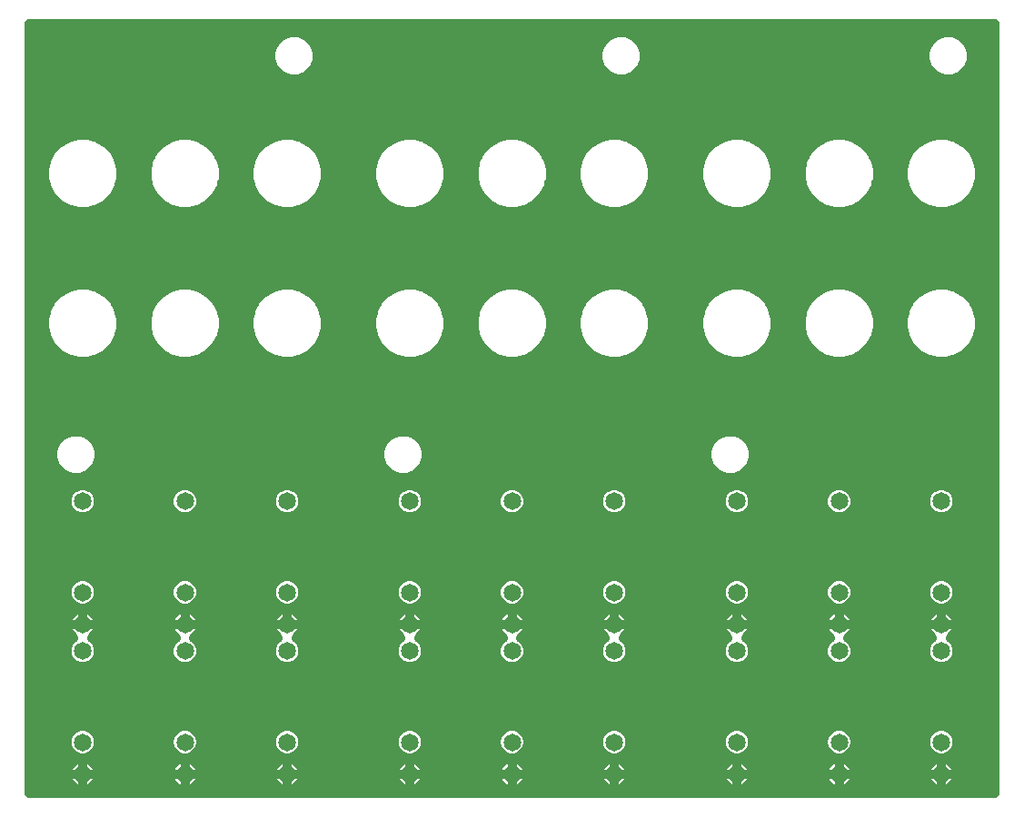
<source format=gbl>
G75*
%MOIN*%
%OFA0B0*%
%FSLAX24Y24*%
%IPPOS*%
%LPD*%
%AMOC8*
5,1,8,0,0,1.08239X$1,22.5*
%
%ADD10C,0.0650*%
%ADD11C,0.0320*%
D10*
X002510Y002871D03*
X002510Y004052D03*
X002510Y007399D03*
X002510Y008371D03*
X002510Y009552D03*
X002510Y012899D03*
X006260Y012899D03*
X006260Y009552D03*
X006260Y008371D03*
X006260Y007399D03*
X006260Y004052D03*
X006260Y002871D03*
X010010Y002871D03*
X010010Y004052D03*
X010010Y007399D03*
X010010Y008371D03*
X010010Y009552D03*
X010010Y012899D03*
X014510Y012899D03*
X014510Y009552D03*
X014510Y008371D03*
X014510Y007399D03*
X014510Y004052D03*
X014510Y002871D03*
X018260Y002871D03*
X018260Y004052D03*
X018260Y007399D03*
X018260Y008371D03*
X018260Y009552D03*
X018260Y012899D03*
X022010Y012899D03*
X022010Y009552D03*
X022010Y008371D03*
X022010Y007399D03*
X022010Y004052D03*
X022010Y002871D03*
X026510Y002871D03*
X026510Y004052D03*
X026510Y007399D03*
X026510Y008371D03*
X026510Y009552D03*
X026510Y012899D03*
X030260Y012899D03*
X030260Y009552D03*
X030260Y008371D03*
X030260Y007399D03*
X030260Y004052D03*
X030260Y002871D03*
X034010Y002871D03*
X034010Y004052D03*
X034010Y007399D03*
X034010Y008371D03*
X034010Y009552D03*
X034010Y012899D03*
D11*
X000530Y002180D02*
X000530Y030430D01*
X012260Y030430D01*
X024260Y030430D01*
X035990Y030430D01*
X035990Y002180D01*
X024260Y002180D01*
X024260Y030430D01*
X024260Y002180D01*
X012260Y002180D01*
X012260Y030430D01*
X012260Y002180D01*
X000530Y002180D01*
X000530Y002297D02*
X002399Y002297D01*
X002373Y002301D02*
X002464Y002286D01*
X002510Y002286D01*
X002556Y002286D01*
X002647Y002301D01*
X002734Y002329D01*
X002817Y002371D01*
X002891Y002425D01*
X002956Y002490D01*
X003010Y002564D01*
X003052Y002646D01*
X003080Y002734D01*
X003095Y002825D01*
X003095Y002871D01*
X003095Y002917D01*
X003080Y003008D01*
X003052Y003095D01*
X003010Y003177D01*
X002956Y003252D01*
X005814Y003252D01*
X005760Y003177D01*
X005718Y003095D01*
X005690Y003008D01*
X005675Y002917D01*
X005675Y002871D01*
X006260Y002871D01*
X006260Y003456D01*
X006306Y003456D01*
X006397Y003441D01*
X006484Y003413D01*
X006567Y003371D01*
X006641Y003317D01*
X006706Y003252D01*
X009564Y003252D01*
X009510Y003177D01*
X009468Y003095D01*
X009440Y003008D01*
X009425Y002917D01*
X009425Y002871D01*
X010010Y002871D01*
X010010Y003456D01*
X010056Y003456D01*
X010147Y003441D01*
X010234Y003413D01*
X010317Y003371D01*
X010391Y003317D01*
X010456Y003252D01*
X012260Y003252D01*
X014064Y003252D01*
X014010Y003177D01*
X013968Y003095D01*
X013940Y003008D01*
X013925Y002917D01*
X013925Y002871D01*
X014510Y002871D01*
X014510Y003456D01*
X014556Y003456D01*
X014647Y003441D01*
X014734Y003413D01*
X014817Y003371D01*
X014891Y003317D01*
X014956Y003252D01*
X017814Y003252D01*
X017760Y003177D01*
X017718Y003095D01*
X017690Y003008D01*
X017675Y002917D01*
X017675Y002871D01*
X018260Y002871D01*
X018260Y003456D01*
X018306Y003456D01*
X018397Y003441D01*
X018484Y003413D01*
X018567Y003371D01*
X018641Y003317D01*
X018706Y003252D01*
X021564Y003252D01*
X021510Y003177D01*
X021468Y003095D01*
X021440Y003008D01*
X021425Y002917D01*
X021425Y002871D01*
X022010Y002871D01*
X022010Y003456D01*
X022056Y003456D01*
X022147Y003441D01*
X022234Y003413D01*
X022317Y003371D01*
X022391Y003317D01*
X022456Y003252D01*
X024260Y003252D01*
X026064Y003252D01*
X026010Y003177D01*
X025968Y003095D01*
X025940Y003008D01*
X025925Y002917D01*
X025925Y002871D01*
X026510Y002871D01*
X026510Y003456D01*
X026556Y003456D01*
X026647Y003441D01*
X026734Y003413D01*
X026817Y003371D01*
X026891Y003317D01*
X026956Y003252D01*
X029814Y003252D01*
X029760Y003177D01*
X029718Y003095D01*
X029690Y003008D01*
X029675Y002917D01*
X029675Y002871D01*
X030260Y002871D01*
X030260Y003456D01*
X030306Y003456D01*
X030397Y003441D01*
X030484Y003413D01*
X030567Y003371D01*
X030641Y003317D01*
X030706Y003252D01*
X033564Y003252D01*
X033510Y003177D01*
X033468Y003095D01*
X033440Y003008D01*
X033425Y002917D01*
X033425Y002871D01*
X034010Y002871D01*
X034010Y003456D01*
X034056Y003456D01*
X034147Y003441D01*
X034234Y003413D01*
X034317Y003371D01*
X034391Y003317D01*
X034456Y003252D01*
X035990Y003252D01*
X035990Y002934D02*
X034592Y002934D01*
X034595Y002917D02*
X034580Y003008D01*
X034552Y003095D01*
X034510Y003177D01*
X034456Y003252D01*
X034336Y003565D02*
X034124Y003477D01*
X033896Y003477D01*
X033684Y003565D01*
X033523Y003726D01*
X033435Y003938D01*
X033435Y004166D01*
X033523Y004378D01*
X033684Y004539D01*
X033896Y004627D01*
X034124Y004627D01*
X034336Y004539D01*
X034497Y004378D01*
X034585Y004166D01*
X034585Y003938D01*
X034497Y003726D01*
X034336Y003565D01*
X034341Y003571D02*
X035990Y003571D01*
X035990Y003889D02*
X034565Y003889D01*
X034568Y004208D02*
X035990Y004208D01*
X035990Y004526D02*
X034349Y004526D01*
X033671Y004526D02*
X030599Y004526D01*
X030586Y004539D02*
X030374Y004627D01*
X030146Y004627D01*
X029934Y004539D01*
X029773Y004378D01*
X029685Y004166D01*
X029685Y003938D01*
X029773Y003726D01*
X029934Y003565D01*
X030146Y003477D01*
X030374Y003477D01*
X030586Y003565D01*
X030747Y003726D01*
X030835Y003938D01*
X030835Y004166D01*
X030747Y004378D01*
X030586Y004539D01*
X030818Y004208D02*
X033452Y004208D01*
X033455Y003889D02*
X030815Y003889D01*
X030591Y003571D02*
X033679Y003571D01*
X033786Y003413D02*
X033703Y003371D01*
X033629Y003317D01*
X033564Y003252D01*
X033786Y003413D02*
X033873Y003441D01*
X033964Y003456D01*
X034010Y003456D01*
X034010Y002871D01*
X034010Y002871D01*
X034595Y002871D01*
X034595Y002917D01*
X034595Y002871D02*
X034010Y002871D01*
X034010Y002871D01*
X034010Y002871D01*
X033425Y002871D01*
X033425Y002825D01*
X033440Y002734D01*
X033468Y002646D01*
X033510Y002564D01*
X033564Y002490D01*
X033629Y002425D01*
X033703Y002371D01*
X033786Y002329D01*
X033873Y002301D01*
X033964Y002286D01*
X034010Y002286D01*
X034056Y002286D01*
X034147Y002301D01*
X034234Y002329D01*
X034317Y002371D01*
X034391Y002425D01*
X034456Y002490D01*
X034510Y002564D01*
X034552Y002646D01*
X034580Y002734D01*
X034595Y002825D01*
X034595Y002871D01*
X034536Y002615D02*
X035990Y002615D01*
X035990Y002297D02*
X034121Y002297D01*
X034010Y002297D02*
X034010Y002297D01*
X034010Y002286D02*
X034010Y002871D01*
X034010Y002871D01*
X034010Y002286D01*
X033899Y002297D02*
X030371Y002297D01*
X030397Y002301D02*
X030484Y002329D01*
X030567Y002371D01*
X030641Y002425D01*
X030706Y002490D01*
X030760Y002564D01*
X030802Y002646D01*
X030830Y002734D01*
X030845Y002825D01*
X030845Y002871D01*
X030845Y002917D01*
X030830Y003008D01*
X030802Y003095D01*
X030760Y003177D01*
X030706Y003252D01*
X030842Y002934D02*
X033428Y002934D01*
X033484Y002615D02*
X030786Y002615D01*
X030845Y002871D02*
X030260Y002871D01*
X030260Y002871D01*
X030260Y003456D01*
X030214Y003456D01*
X030123Y003441D01*
X030036Y003413D01*
X029953Y003371D01*
X029879Y003317D01*
X029814Y003252D01*
X029929Y003571D02*
X026841Y003571D01*
X026836Y003565D02*
X026997Y003726D01*
X027085Y003938D01*
X027085Y004166D01*
X026997Y004378D01*
X026836Y004539D01*
X026624Y004627D01*
X026396Y004627D01*
X026184Y004539D01*
X026023Y004378D01*
X025935Y004166D01*
X025935Y003938D01*
X026023Y003726D01*
X026184Y003565D01*
X026396Y003477D01*
X026624Y003477D01*
X026836Y003565D01*
X026956Y003252D02*
X027010Y003177D01*
X027052Y003095D01*
X027080Y003008D01*
X027095Y002917D01*
X027095Y002871D01*
X026510Y002871D01*
X026510Y002871D01*
X026510Y003456D01*
X026464Y003456D01*
X026373Y003441D01*
X026286Y003413D01*
X026203Y003371D01*
X026129Y003317D01*
X026064Y003252D01*
X026179Y003571D02*
X024260Y003571D01*
X022341Y003571D01*
X022336Y003565D02*
X022497Y003726D01*
X022585Y003938D01*
X022585Y004166D01*
X022497Y004378D01*
X022336Y004539D01*
X022124Y004627D01*
X021896Y004627D01*
X021684Y004539D01*
X021523Y004378D01*
X021435Y004166D01*
X021435Y003938D01*
X021523Y003726D01*
X021684Y003565D01*
X021896Y003477D01*
X022124Y003477D01*
X022336Y003565D01*
X022456Y003252D02*
X022510Y003177D01*
X022552Y003095D01*
X022580Y003008D01*
X022595Y002917D01*
X022595Y002871D01*
X022010Y002871D01*
X022010Y002871D01*
X022010Y003456D01*
X021964Y003456D01*
X021873Y003441D01*
X021786Y003413D01*
X021703Y003371D01*
X021629Y003317D01*
X021564Y003252D01*
X021679Y003571D02*
X018591Y003571D01*
X018586Y003565D02*
X018747Y003726D01*
X018835Y003938D01*
X018835Y004166D01*
X018747Y004378D01*
X018586Y004539D01*
X018374Y004627D01*
X018146Y004627D01*
X017934Y004539D01*
X017773Y004378D01*
X017685Y004166D01*
X017685Y003938D01*
X017773Y003726D01*
X017934Y003565D01*
X018146Y003477D01*
X018374Y003477D01*
X018586Y003565D01*
X018706Y003252D02*
X018760Y003177D01*
X018802Y003095D01*
X018830Y003008D01*
X018845Y002917D01*
X018845Y002871D01*
X018260Y002871D01*
X018260Y002871D01*
X018260Y003456D01*
X018214Y003456D01*
X018123Y003441D01*
X018036Y003413D01*
X017953Y003371D01*
X017879Y003317D01*
X017814Y003252D01*
X017929Y003571D02*
X014841Y003571D01*
X014836Y003565D02*
X014997Y003726D01*
X015085Y003938D01*
X015085Y004166D01*
X014997Y004378D01*
X014836Y004539D01*
X014624Y004627D01*
X014396Y004627D01*
X014184Y004539D01*
X014023Y004378D01*
X013935Y004166D01*
X013935Y003938D01*
X014023Y003726D01*
X014184Y003565D01*
X014396Y003477D01*
X014624Y003477D01*
X014836Y003565D01*
X014956Y003252D02*
X015010Y003177D01*
X015052Y003095D01*
X015080Y003008D01*
X015095Y002917D01*
X015095Y002871D01*
X014510Y002871D01*
X014510Y002871D01*
X014510Y003456D01*
X014464Y003456D01*
X014373Y003441D01*
X014286Y003413D01*
X014203Y003371D01*
X014129Y003317D01*
X014064Y003252D01*
X014179Y003571D02*
X012260Y003571D01*
X010341Y003571D01*
X010336Y003565D02*
X010497Y003726D01*
X010585Y003938D01*
X010585Y004166D01*
X010497Y004378D01*
X010336Y004539D01*
X010124Y004627D01*
X009896Y004627D01*
X009684Y004539D01*
X009523Y004378D01*
X009435Y004166D01*
X009435Y003938D01*
X009523Y003726D01*
X009684Y003565D01*
X009896Y003477D01*
X010124Y003477D01*
X010336Y003565D01*
X010456Y003252D02*
X010510Y003177D01*
X010552Y003095D01*
X010580Y003008D01*
X010595Y002917D01*
X010595Y002871D01*
X010010Y002871D01*
X010010Y002871D01*
X010010Y003456D01*
X009964Y003456D01*
X009873Y003441D01*
X009786Y003413D01*
X009703Y003371D01*
X009629Y003317D01*
X009564Y003252D01*
X009679Y003571D02*
X006591Y003571D01*
X006586Y003565D02*
X006747Y003726D01*
X006835Y003938D01*
X006835Y004166D01*
X006747Y004378D01*
X006586Y004539D01*
X006374Y004627D01*
X006146Y004627D01*
X005934Y004539D01*
X005773Y004378D01*
X005685Y004166D01*
X005685Y003938D01*
X005773Y003726D01*
X005934Y003565D01*
X006146Y003477D01*
X006374Y003477D01*
X006586Y003565D01*
X006706Y003252D02*
X006760Y003177D01*
X006802Y003095D01*
X006830Y003008D01*
X006845Y002917D01*
X006845Y002871D01*
X006260Y002871D01*
X006260Y002871D01*
X006260Y003456D01*
X006214Y003456D01*
X006123Y003441D01*
X006036Y003413D01*
X005953Y003371D01*
X005879Y003317D01*
X005814Y003252D01*
X005929Y003571D02*
X002841Y003571D01*
X002836Y003565D02*
X002997Y003726D01*
X003085Y003938D01*
X003085Y004166D01*
X002997Y004378D01*
X002836Y004539D01*
X002624Y004627D01*
X002396Y004627D01*
X002184Y004539D01*
X002023Y004378D01*
X001935Y004166D01*
X001935Y003938D01*
X002023Y003726D01*
X002184Y003565D01*
X002396Y003477D01*
X002624Y003477D01*
X002836Y003565D01*
X002734Y003413D02*
X002647Y003441D01*
X002556Y003456D01*
X002510Y003456D01*
X002464Y003456D01*
X002373Y003441D01*
X002286Y003413D01*
X002203Y003371D01*
X002129Y003317D01*
X002064Y003252D01*
X000530Y003252D01*
X000530Y002934D02*
X001928Y002934D01*
X001925Y002917D02*
X001925Y002871D01*
X002510Y002871D01*
X002510Y003456D01*
X002510Y002871D01*
X002510Y002871D01*
X003095Y002871D01*
X002510Y002871D01*
X002510Y002871D01*
X002510Y002871D01*
X001925Y002871D01*
X001925Y002825D01*
X001940Y002734D01*
X001968Y002646D01*
X002010Y002564D01*
X002064Y002490D01*
X002129Y002425D01*
X002203Y002371D01*
X002286Y002329D01*
X002373Y002301D01*
X002510Y002297D02*
X002510Y002297D01*
X002510Y002286D02*
X002510Y002871D01*
X002510Y002871D01*
X002510Y002286D01*
X002621Y002297D02*
X006149Y002297D01*
X006123Y002301D02*
X006214Y002286D01*
X006260Y002286D01*
X006306Y002286D01*
X006397Y002301D01*
X006484Y002329D01*
X006567Y002371D01*
X006641Y002425D01*
X006706Y002490D01*
X006760Y002564D01*
X006802Y002646D01*
X006830Y002734D01*
X006845Y002825D01*
X006845Y002871D01*
X006260Y002871D01*
X006260Y002871D01*
X006260Y002871D01*
X005675Y002871D01*
X005675Y002825D01*
X005690Y002734D01*
X005718Y002646D01*
X005760Y002564D01*
X005814Y002490D01*
X005879Y002425D01*
X005953Y002371D01*
X006036Y002329D01*
X006123Y002301D01*
X006260Y002297D02*
X006260Y002297D01*
X006260Y002286D02*
X006260Y002871D01*
X006260Y002871D01*
X006260Y002286D01*
X006371Y002297D02*
X009899Y002297D01*
X009873Y002301D02*
X009964Y002286D01*
X010010Y002286D01*
X010056Y002286D01*
X010147Y002301D01*
X010234Y002329D01*
X010317Y002371D01*
X010391Y002425D01*
X010456Y002490D01*
X010510Y002564D01*
X010552Y002646D01*
X010580Y002734D01*
X010595Y002825D01*
X010595Y002871D01*
X010010Y002871D01*
X010010Y002871D01*
X010010Y002871D01*
X009425Y002871D01*
X009425Y002825D01*
X009440Y002734D01*
X009468Y002646D01*
X009510Y002564D01*
X009564Y002490D01*
X009629Y002425D01*
X009703Y002371D01*
X009786Y002329D01*
X009873Y002301D01*
X010010Y002297D02*
X010010Y002297D01*
X010010Y002286D02*
X010010Y002871D01*
X010010Y002871D01*
X010010Y002286D01*
X010121Y002297D02*
X012260Y002297D01*
X014399Y002297D01*
X014373Y002301D02*
X014464Y002286D01*
X014510Y002286D01*
X014556Y002286D01*
X014647Y002301D01*
X014734Y002329D01*
X014817Y002371D01*
X014891Y002425D01*
X014956Y002490D01*
X015010Y002564D01*
X015052Y002646D01*
X015080Y002734D01*
X015095Y002825D01*
X015095Y002871D01*
X014510Y002871D01*
X014510Y002871D01*
X014510Y002871D01*
X013925Y002871D01*
X013925Y002825D01*
X013940Y002734D01*
X013968Y002646D01*
X014010Y002564D01*
X014064Y002490D01*
X014129Y002425D01*
X014203Y002371D01*
X014286Y002329D01*
X014373Y002301D01*
X014510Y002297D02*
X014510Y002297D01*
X014510Y002286D02*
X014510Y002871D01*
X014510Y002871D01*
X014510Y002286D01*
X014621Y002297D02*
X018149Y002297D01*
X018123Y002301D02*
X018214Y002286D01*
X018260Y002286D01*
X018306Y002286D01*
X018397Y002301D01*
X018484Y002329D01*
X018567Y002371D01*
X018641Y002425D01*
X018706Y002490D01*
X018760Y002564D01*
X018802Y002646D01*
X018830Y002734D01*
X018845Y002825D01*
X018845Y002871D01*
X018260Y002871D01*
X018260Y002871D01*
X018260Y002871D01*
X017675Y002871D01*
X017675Y002825D01*
X017690Y002734D01*
X017718Y002646D01*
X017760Y002564D01*
X017814Y002490D01*
X017879Y002425D01*
X017953Y002371D01*
X018036Y002329D01*
X018123Y002301D01*
X018260Y002297D02*
X018260Y002297D01*
X018260Y002286D02*
X018260Y002871D01*
X018260Y002871D01*
X018260Y002286D01*
X018371Y002297D02*
X021899Y002297D01*
X021873Y002301D02*
X021964Y002286D01*
X022010Y002286D01*
X022056Y002286D01*
X022147Y002301D01*
X022234Y002329D01*
X022317Y002371D01*
X022391Y002425D01*
X022456Y002490D01*
X022510Y002564D01*
X022552Y002646D01*
X022580Y002734D01*
X022595Y002825D01*
X022595Y002871D01*
X022010Y002871D01*
X022010Y002871D01*
X022010Y002871D01*
X021425Y002871D01*
X021425Y002825D01*
X021440Y002734D01*
X021468Y002646D01*
X021510Y002564D01*
X021564Y002490D01*
X021629Y002425D01*
X021703Y002371D01*
X021786Y002329D01*
X021873Y002301D01*
X022010Y002297D02*
X022010Y002297D01*
X022010Y002286D02*
X022010Y002871D01*
X022010Y002871D01*
X022010Y002286D01*
X022121Y002297D02*
X024260Y002297D01*
X026399Y002297D01*
X026373Y002301D02*
X026464Y002286D01*
X026510Y002286D01*
X026556Y002286D01*
X026647Y002301D01*
X026734Y002329D01*
X026817Y002371D01*
X026891Y002425D01*
X026956Y002490D01*
X027010Y002564D01*
X027052Y002646D01*
X027080Y002734D01*
X027095Y002825D01*
X027095Y002871D01*
X026510Y002871D01*
X026510Y002871D01*
X026510Y002871D01*
X025925Y002871D01*
X025925Y002825D01*
X025940Y002734D01*
X025968Y002646D01*
X026010Y002564D01*
X026064Y002490D01*
X026129Y002425D01*
X026203Y002371D01*
X026286Y002329D01*
X026373Y002301D01*
X026510Y002297D02*
X026510Y002297D01*
X026510Y002286D02*
X026510Y002871D01*
X026510Y002871D01*
X026510Y002286D01*
X026621Y002297D02*
X030149Y002297D01*
X030123Y002301D02*
X030214Y002286D01*
X030260Y002286D01*
X030306Y002286D01*
X030397Y002301D01*
X030260Y002297D02*
X030260Y002297D01*
X030260Y002286D02*
X030260Y002871D01*
X030845Y002871D01*
X030260Y002871D02*
X030260Y002871D01*
X030260Y002871D01*
X029675Y002871D01*
X029675Y002825D01*
X029690Y002734D01*
X029718Y002646D01*
X029760Y002564D01*
X029814Y002490D01*
X029879Y002425D01*
X029953Y002371D01*
X030036Y002329D01*
X030123Y002301D01*
X030260Y002286D02*
X030260Y002871D01*
X030260Y002871D01*
X030260Y002934D02*
X030260Y002934D01*
X030260Y003252D02*
X030260Y003252D01*
X030260Y002615D02*
X030260Y002615D01*
X029734Y002615D02*
X027036Y002615D01*
X027092Y002934D02*
X029678Y002934D01*
X029705Y003889D02*
X027065Y003889D01*
X027068Y004208D02*
X029702Y004208D01*
X029921Y004526D02*
X026849Y004526D01*
X026171Y004526D02*
X024260Y004526D01*
X022349Y004526D01*
X022568Y004208D02*
X024260Y004208D01*
X025952Y004208D01*
X025955Y003889D02*
X024260Y003889D01*
X022565Y003889D01*
X022010Y003252D02*
X022010Y003252D01*
X022010Y002934D02*
X022010Y002934D01*
X022010Y002615D02*
X022010Y002615D01*
X022536Y002615D02*
X024260Y002615D01*
X025984Y002615D01*
X025928Y002934D02*
X024260Y002934D01*
X022592Y002934D01*
X021484Y002615D02*
X018786Y002615D01*
X018842Y002934D02*
X021428Y002934D01*
X021455Y003889D02*
X018815Y003889D01*
X018818Y004208D02*
X021452Y004208D01*
X021671Y004526D02*
X018599Y004526D01*
X017921Y004526D02*
X014849Y004526D01*
X015068Y004208D02*
X017702Y004208D01*
X017705Y003889D02*
X015065Y003889D01*
X014510Y003252D02*
X014510Y003252D01*
X014510Y002934D02*
X014510Y002934D01*
X014510Y002615D02*
X014510Y002615D01*
X013984Y002615D02*
X012260Y002615D01*
X010536Y002615D01*
X010592Y002934D02*
X012260Y002934D01*
X013928Y002934D01*
X013955Y003889D02*
X012260Y003889D01*
X010565Y003889D01*
X010568Y004208D02*
X012260Y004208D01*
X013952Y004208D01*
X014171Y004526D02*
X012260Y004526D01*
X010349Y004526D01*
X009671Y004526D02*
X006599Y004526D01*
X006818Y004208D02*
X009452Y004208D01*
X009455Y003889D02*
X006815Y003889D01*
X006260Y003252D02*
X006260Y003252D01*
X006260Y002934D02*
X006260Y002934D01*
X006260Y002615D02*
X006260Y002615D01*
X006786Y002615D02*
X009484Y002615D01*
X009428Y002934D02*
X006842Y002934D01*
X005734Y002615D02*
X003036Y002615D01*
X003092Y002934D02*
X005678Y002934D01*
X005705Y003889D02*
X003065Y003889D01*
X003068Y004208D02*
X005702Y004208D01*
X005921Y004526D02*
X002849Y004526D01*
X002171Y004526D02*
X000530Y004526D01*
X000530Y004208D02*
X001952Y004208D01*
X001955Y003889D02*
X000530Y003889D01*
X000530Y003571D02*
X002179Y003571D01*
X002064Y003252D02*
X002010Y003177D01*
X001968Y003095D01*
X001940Y003008D01*
X001925Y002917D01*
X001984Y002615D02*
X000530Y002615D01*
X002510Y002615D02*
X002510Y002615D01*
X002510Y002934D02*
X002510Y002934D01*
X002510Y003252D02*
X002510Y003252D01*
X002734Y003413D02*
X002817Y003371D01*
X002891Y003317D01*
X002956Y003252D01*
X000530Y004845D02*
X012260Y004845D01*
X024260Y004845D01*
X035990Y004845D01*
X035990Y005163D02*
X024260Y005163D01*
X012260Y005163D01*
X000530Y005163D01*
X000530Y005482D02*
X012260Y005482D01*
X024260Y005482D01*
X035990Y005482D01*
X035990Y005800D02*
X024260Y005800D01*
X012260Y005800D01*
X000530Y005800D01*
X000530Y006119D02*
X012260Y006119D01*
X024260Y006119D01*
X035990Y006119D01*
X035990Y006437D02*
X024260Y006437D01*
X012260Y006437D01*
X000530Y006437D01*
X000530Y006756D02*
X012260Y006756D01*
X024260Y006756D01*
X035990Y006756D01*
X035990Y007074D02*
X034498Y007074D01*
X034497Y007073D02*
X034585Y007284D01*
X034585Y007513D01*
X034497Y007724D01*
X034336Y007885D01*
X034391Y007925D01*
X034456Y007990D01*
X034510Y008064D01*
X034552Y008146D01*
X034580Y008234D01*
X034595Y008325D01*
X034595Y008371D01*
X034595Y008417D01*
X034580Y008508D01*
X034552Y008595D01*
X034510Y008677D01*
X034456Y008752D01*
X034391Y008817D01*
X034317Y008871D01*
X034234Y008913D01*
X034147Y008941D01*
X034056Y008956D01*
X034010Y008956D01*
X033964Y008956D01*
X033873Y008941D01*
X033786Y008913D01*
X033703Y008871D01*
X033629Y008817D01*
X033564Y008752D01*
X033510Y008677D01*
X033468Y008595D01*
X033440Y008508D01*
X033425Y008417D01*
X033425Y008371D01*
X034010Y008371D01*
X034010Y008956D01*
X034010Y008371D01*
X034010Y008371D01*
X034595Y008371D01*
X034010Y008371D01*
X034010Y008371D01*
X034010Y008371D01*
X033425Y008371D01*
X033425Y008325D01*
X033440Y008234D01*
X033468Y008146D01*
X033510Y008064D01*
X033564Y007990D01*
X033629Y007925D01*
X033684Y007885D01*
X033523Y007724D01*
X033435Y007513D01*
X033435Y007284D01*
X033523Y007073D01*
X033684Y006911D01*
X033896Y006824D01*
X034124Y006824D01*
X034336Y006911D01*
X034497Y007073D01*
X034585Y007393D02*
X035990Y007393D01*
X035990Y007711D02*
X034503Y007711D01*
X034485Y008030D02*
X035990Y008030D01*
X035990Y008348D02*
X034595Y008348D01*
X034516Y008667D02*
X035990Y008667D01*
X035990Y008985D02*
X034143Y008985D01*
X034124Y008977D02*
X034336Y009065D01*
X034497Y009226D01*
X034585Y009438D01*
X034585Y009666D01*
X034497Y009878D01*
X034336Y010039D01*
X034124Y010127D01*
X033896Y010127D01*
X033684Y010039D01*
X033523Y009878D01*
X033435Y009666D01*
X033435Y009438D01*
X033523Y009226D01*
X033684Y009065D01*
X033896Y008977D01*
X034124Y008977D01*
X033877Y008985D02*
X030393Y008985D01*
X030374Y008977D02*
X030586Y009065D01*
X030747Y009226D01*
X030835Y009438D01*
X030835Y009666D01*
X030747Y009878D01*
X030586Y010039D01*
X030374Y010127D01*
X030146Y010127D01*
X029934Y010039D01*
X029773Y009878D01*
X029685Y009666D01*
X029685Y009438D01*
X029773Y009226D01*
X029934Y009065D01*
X030146Y008977D01*
X030374Y008977D01*
X030397Y008941D02*
X030306Y008956D01*
X030260Y008956D01*
X030214Y008956D01*
X030123Y008941D01*
X030036Y008913D01*
X029953Y008871D01*
X029879Y008817D01*
X029814Y008752D01*
X029760Y008677D01*
X029718Y008595D01*
X029690Y008508D01*
X029675Y008417D01*
X029675Y008371D01*
X030260Y008371D01*
X030260Y008956D01*
X030260Y008371D01*
X030260Y008371D01*
X030845Y008371D01*
X030845Y008417D01*
X030830Y008508D01*
X030802Y008595D01*
X030760Y008677D01*
X030706Y008752D01*
X030641Y008817D01*
X030567Y008871D01*
X030484Y008913D01*
X030397Y008941D01*
X030127Y008985D02*
X026643Y008985D01*
X026624Y008977D02*
X026836Y009065D01*
X026997Y009226D01*
X027085Y009438D01*
X027085Y009666D01*
X026997Y009878D01*
X026836Y010039D01*
X026624Y010127D01*
X026396Y010127D01*
X026184Y010039D01*
X026023Y009878D01*
X025935Y009666D01*
X025935Y009438D01*
X026023Y009226D01*
X026184Y009065D01*
X026396Y008977D01*
X026624Y008977D01*
X026647Y008941D02*
X026556Y008956D01*
X026510Y008956D01*
X026464Y008956D01*
X026373Y008941D01*
X026286Y008913D01*
X026203Y008871D01*
X026129Y008817D01*
X026064Y008752D01*
X026010Y008677D01*
X025968Y008595D01*
X025940Y008508D01*
X025925Y008417D01*
X025925Y008371D01*
X026510Y008371D01*
X026510Y008956D01*
X026510Y008371D01*
X026510Y008371D01*
X027095Y008371D01*
X027095Y008417D01*
X027080Y008508D01*
X027052Y008595D01*
X027010Y008677D01*
X026956Y008752D01*
X026891Y008817D01*
X026817Y008871D01*
X026734Y008913D01*
X026647Y008941D01*
X026377Y008985D02*
X024260Y008985D01*
X022143Y008985D01*
X022124Y008977D02*
X022336Y009065D01*
X022497Y009226D01*
X022585Y009438D01*
X022585Y009666D01*
X022497Y009878D01*
X022336Y010039D01*
X022124Y010127D01*
X021896Y010127D01*
X021684Y010039D01*
X021523Y009878D01*
X021435Y009666D01*
X021435Y009438D01*
X021523Y009226D01*
X021684Y009065D01*
X021896Y008977D01*
X022124Y008977D01*
X022147Y008941D02*
X022056Y008956D01*
X022010Y008956D01*
X021964Y008956D01*
X021873Y008941D01*
X021786Y008913D01*
X021703Y008871D01*
X021629Y008817D01*
X021564Y008752D01*
X021510Y008677D01*
X021468Y008595D01*
X021440Y008508D01*
X021425Y008417D01*
X021425Y008371D01*
X022010Y008371D01*
X022010Y008956D01*
X022010Y008371D01*
X022010Y008371D01*
X022595Y008371D01*
X022595Y008417D01*
X022580Y008508D01*
X022552Y008595D01*
X022510Y008677D01*
X022456Y008752D01*
X022391Y008817D01*
X022317Y008871D01*
X022234Y008913D01*
X022147Y008941D01*
X021877Y008985D02*
X018393Y008985D01*
X018374Y008977D02*
X018586Y009065D01*
X018747Y009226D01*
X018835Y009438D01*
X018835Y009666D01*
X018747Y009878D01*
X018586Y010039D01*
X018374Y010127D01*
X018146Y010127D01*
X017934Y010039D01*
X017773Y009878D01*
X017685Y009666D01*
X017685Y009438D01*
X017773Y009226D01*
X017934Y009065D01*
X018146Y008977D01*
X018374Y008977D01*
X018397Y008941D02*
X018306Y008956D01*
X018260Y008956D01*
X018214Y008956D01*
X018123Y008941D01*
X018036Y008913D01*
X017953Y008871D01*
X017879Y008817D01*
X017814Y008752D01*
X017760Y008677D01*
X017718Y008595D01*
X017690Y008508D01*
X017675Y008417D01*
X017675Y008371D01*
X018260Y008371D01*
X018260Y008956D01*
X018260Y008371D01*
X018260Y008371D01*
X018845Y008371D01*
X018845Y008417D01*
X018830Y008508D01*
X018802Y008595D01*
X018760Y008677D01*
X018706Y008752D01*
X018641Y008817D01*
X018567Y008871D01*
X018484Y008913D01*
X018397Y008941D01*
X018127Y008985D02*
X014643Y008985D01*
X014624Y008977D02*
X014836Y009065D01*
X014997Y009226D01*
X015085Y009438D01*
X015085Y009666D01*
X014997Y009878D01*
X014836Y010039D01*
X014624Y010127D01*
X014396Y010127D01*
X014184Y010039D01*
X014023Y009878D01*
X013935Y009666D01*
X013935Y009438D01*
X014023Y009226D01*
X014184Y009065D01*
X014396Y008977D01*
X014624Y008977D01*
X014647Y008941D02*
X014556Y008956D01*
X014510Y008956D01*
X014464Y008956D01*
X014373Y008941D01*
X014286Y008913D01*
X014203Y008871D01*
X014129Y008817D01*
X014064Y008752D01*
X014010Y008677D01*
X013968Y008595D01*
X013940Y008508D01*
X013925Y008417D01*
X013925Y008371D01*
X014510Y008371D01*
X014510Y008956D01*
X014510Y008371D01*
X014510Y008371D01*
X015095Y008371D01*
X015095Y008417D01*
X015080Y008508D01*
X015052Y008595D01*
X015010Y008677D01*
X014956Y008752D01*
X014891Y008817D01*
X014817Y008871D01*
X014734Y008913D01*
X014647Y008941D01*
X014377Y008985D02*
X012260Y008985D01*
X010143Y008985D01*
X010124Y008977D02*
X010336Y009065D01*
X010497Y009226D01*
X010585Y009438D01*
X010585Y009666D01*
X010497Y009878D01*
X010336Y010039D01*
X010124Y010127D01*
X009896Y010127D01*
X009684Y010039D01*
X009523Y009878D01*
X009435Y009666D01*
X009435Y009438D01*
X009523Y009226D01*
X009684Y009065D01*
X009896Y008977D01*
X010124Y008977D01*
X010147Y008941D02*
X010056Y008956D01*
X010010Y008956D01*
X009964Y008956D01*
X009873Y008941D01*
X009786Y008913D01*
X009703Y008871D01*
X009629Y008817D01*
X009564Y008752D01*
X009510Y008677D01*
X009468Y008595D01*
X009440Y008508D01*
X009425Y008417D01*
X009425Y008371D01*
X010010Y008371D01*
X010010Y008956D01*
X010010Y008371D01*
X010010Y008371D01*
X010595Y008371D01*
X010595Y008417D01*
X010580Y008508D01*
X010552Y008595D01*
X010510Y008677D01*
X010456Y008752D01*
X010391Y008817D01*
X010317Y008871D01*
X010234Y008913D01*
X010147Y008941D01*
X009877Y008985D02*
X006393Y008985D01*
X006374Y008977D02*
X006586Y009065D01*
X006747Y009226D01*
X006835Y009438D01*
X006835Y009666D01*
X006747Y009878D01*
X006586Y010039D01*
X006374Y010127D01*
X006146Y010127D01*
X005934Y010039D01*
X005773Y009878D01*
X005685Y009666D01*
X005685Y009438D01*
X005773Y009226D01*
X005934Y009065D01*
X006146Y008977D01*
X006374Y008977D01*
X006397Y008941D02*
X006306Y008956D01*
X006260Y008956D01*
X006214Y008956D01*
X006123Y008941D01*
X006036Y008913D01*
X005953Y008871D01*
X005879Y008817D01*
X005814Y008752D01*
X005760Y008677D01*
X005718Y008595D01*
X005690Y008508D01*
X005675Y008417D01*
X005675Y008371D01*
X006260Y008371D01*
X006260Y008956D01*
X006260Y008371D01*
X006260Y008371D01*
X006845Y008371D01*
X006845Y008417D01*
X006830Y008508D01*
X006802Y008595D01*
X006760Y008677D01*
X006706Y008752D01*
X006641Y008817D01*
X006567Y008871D01*
X006484Y008913D01*
X006397Y008941D01*
X006127Y008985D02*
X002643Y008985D01*
X002624Y008977D02*
X002836Y009065D01*
X002997Y009226D01*
X003085Y009438D01*
X003085Y009666D01*
X002997Y009878D01*
X002836Y010039D01*
X002624Y010127D01*
X002396Y010127D01*
X002184Y010039D01*
X002023Y009878D01*
X001935Y009666D01*
X001935Y009438D01*
X002023Y009226D01*
X002184Y009065D01*
X002396Y008977D01*
X002624Y008977D01*
X002647Y008941D02*
X002556Y008956D01*
X002510Y008956D01*
X002464Y008956D01*
X002373Y008941D01*
X002286Y008913D01*
X002203Y008871D01*
X002129Y008817D01*
X002064Y008752D01*
X002010Y008677D01*
X001968Y008595D01*
X001940Y008508D01*
X001925Y008417D01*
X001925Y008371D01*
X002510Y008371D01*
X002510Y008956D01*
X002510Y008371D01*
X002510Y008371D01*
X003095Y008371D01*
X003095Y008417D01*
X003080Y008508D01*
X003052Y008595D01*
X003010Y008677D01*
X002956Y008752D01*
X002891Y008817D01*
X002817Y008871D01*
X002734Y008913D01*
X002647Y008941D01*
X002377Y008985D02*
X000530Y008985D01*
X000530Y008667D02*
X002004Y008667D01*
X001925Y008371D02*
X001925Y008325D01*
X001940Y008234D01*
X001968Y008146D01*
X002010Y008064D01*
X002064Y007990D01*
X002129Y007925D01*
X002184Y007885D01*
X002023Y007724D01*
X001935Y007513D01*
X001935Y007284D01*
X002023Y007073D01*
X002184Y006911D01*
X002396Y006824D01*
X002624Y006824D01*
X002836Y006911D01*
X002997Y007073D01*
X003085Y007284D01*
X003085Y007513D01*
X002997Y007724D01*
X002836Y007885D01*
X002891Y007925D01*
X002956Y007990D01*
X003010Y008064D01*
X003052Y008146D01*
X003080Y008234D01*
X003095Y008325D01*
X003095Y008371D01*
X002510Y008371D01*
X002510Y008371D01*
X002510Y008371D01*
X001925Y008371D01*
X001925Y008348D02*
X000530Y008348D01*
X000530Y008030D02*
X002035Y008030D01*
X002017Y007711D02*
X000530Y007711D01*
X000530Y007393D02*
X001935Y007393D01*
X002022Y007074D02*
X000530Y007074D01*
X002510Y008667D02*
X002510Y008667D01*
X003016Y008667D02*
X005754Y008667D01*
X005675Y008371D02*
X005675Y008325D01*
X005690Y008234D01*
X005718Y008146D01*
X005760Y008064D01*
X005814Y007990D01*
X005879Y007925D01*
X005934Y007885D01*
X005773Y007724D01*
X005685Y007513D01*
X005685Y007284D01*
X005773Y007073D01*
X005934Y006911D01*
X006146Y006824D01*
X006374Y006824D01*
X006586Y006911D01*
X006747Y007073D01*
X006835Y007284D01*
X006835Y007513D01*
X006747Y007724D01*
X006586Y007885D01*
X006641Y007925D01*
X006706Y007990D01*
X006760Y008064D01*
X006802Y008146D01*
X006830Y008234D01*
X006845Y008325D01*
X006845Y008371D01*
X006260Y008371D01*
X006260Y008371D01*
X006260Y008371D01*
X005675Y008371D01*
X005675Y008348D02*
X003095Y008348D01*
X002985Y008030D02*
X005785Y008030D01*
X005767Y007711D02*
X003003Y007711D01*
X003085Y007393D02*
X005685Y007393D01*
X005772Y007074D02*
X002998Y007074D01*
X003029Y009304D02*
X005741Y009304D01*
X005685Y009622D02*
X003085Y009622D01*
X002934Y009941D02*
X005836Y009941D01*
X006684Y009941D02*
X009586Y009941D01*
X009435Y009622D02*
X006835Y009622D01*
X006779Y009304D02*
X009491Y009304D01*
X009504Y008667D02*
X006766Y008667D01*
X006845Y008348D02*
X009425Y008348D01*
X009425Y008371D02*
X009425Y008325D01*
X009440Y008234D01*
X009468Y008146D01*
X009510Y008064D01*
X009564Y007990D01*
X009629Y007925D01*
X009684Y007885D01*
X009523Y007724D01*
X009435Y007513D01*
X009435Y007284D01*
X009523Y007073D01*
X009684Y006911D01*
X009896Y006824D01*
X010124Y006824D01*
X010336Y006911D01*
X010497Y007073D01*
X010585Y007284D01*
X010585Y007513D01*
X010497Y007724D01*
X010336Y007885D01*
X010391Y007925D01*
X010456Y007990D01*
X010510Y008064D01*
X010552Y008146D01*
X010580Y008234D01*
X010595Y008325D01*
X010595Y008371D01*
X010010Y008371D01*
X010010Y008371D01*
X010010Y008371D01*
X009425Y008371D01*
X009535Y008030D02*
X006735Y008030D01*
X006753Y007711D02*
X009517Y007711D01*
X009435Y007393D02*
X006835Y007393D01*
X006748Y007074D02*
X009522Y007074D01*
X010498Y007074D02*
X012260Y007074D01*
X014022Y007074D01*
X014023Y007073D02*
X014184Y006911D01*
X014396Y006824D01*
X014624Y006824D01*
X014836Y006911D01*
X014997Y007073D01*
X015085Y007284D01*
X015085Y007513D01*
X014997Y007724D01*
X014836Y007885D01*
X014891Y007925D01*
X014956Y007990D01*
X015010Y008064D01*
X015052Y008146D01*
X015080Y008234D01*
X015095Y008325D01*
X015095Y008371D01*
X014510Y008371D01*
X014510Y008371D01*
X014510Y008371D01*
X013925Y008371D01*
X013925Y008325D01*
X013940Y008234D01*
X013968Y008146D01*
X014010Y008064D01*
X014064Y007990D01*
X014129Y007925D01*
X014184Y007885D01*
X014023Y007724D01*
X013935Y007513D01*
X013935Y007284D01*
X014023Y007073D01*
X013935Y007393D02*
X012260Y007393D01*
X010585Y007393D01*
X010503Y007711D02*
X012260Y007711D01*
X014017Y007711D01*
X014035Y008030D02*
X012260Y008030D01*
X010485Y008030D01*
X010595Y008348D02*
X012260Y008348D01*
X013925Y008348D01*
X014004Y008667D02*
X012260Y008667D01*
X010516Y008667D01*
X010010Y008667D02*
X010010Y008667D01*
X010529Y009304D02*
X012260Y009304D01*
X013991Y009304D01*
X013935Y009622D02*
X012260Y009622D01*
X010585Y009622D01*
X010434Y009941D02*
X012260Y009941D01*
X014086Y009941D01*
X014934Y009941D02*
X017836Y009941D01*
X017685Y009622D02*
X015085Y009622D01*
X015029Y009304D02*
X017741Y009304D01*
X017754Y008667D02*
X015016Y008667D01*
X015095Y008348D02*
X017675Y008348D01*
X017675Y008371D02*
X017675Y008325D01*
X017690Y008234D01*
X017718Y008146D01*
X017760Y008064D01*
X017814Y007990D01*
X017879Y007925D01*
X017934Y007885D01*
X017773Y007724D01*
X017685Y007513D01*
X017685Y007284D01*
X017773Y007073D01*
X017934Y006911D01*
X018146Y006824D01*
X018374Y006824D01*
X018586Y006911D01*
X018747Y007073D01*
X018835Y007284D01*
X018835Y007513D01*
X018747Y007724D01*
X018586Y007885D01*
X018641Y007925D01*
X018706Y007990D01*
X018760Y008064D01*
X018802Y008146D01*
X018830Y008234D01*
X018845Y008325D01*
X018845Y008371D01*
X018260Y008371D01*
X018260Y008371D01*
X018260Y008371D01*
X017675Y008371D01*
X017785Y008030D02*
X014985Y008030D01*
X015003Y007711D02*
X017767Y007711D01*
X017685Y007393D02*
X015085Y007393D01*
X014998Y007074D02*
X017772Y007074D01*
X018748Y007074D02*
X021522Y007074D01*
X021523Y007073D02*
X021684Y006911D01*
X021896Y006824D01*
X022124Y006824D01*
X022336Y006911D01*
X022497Y007073D01*
X022585Y007284D01*
X022585Y007513D01*
X022497Y007724D01*
X022336Y007885D01*
X022391Y007925D01*
X022456Y007990D01*
X022510Y008064D01*
X022552Y008146D01*
X022580Y008234D01*
X022595Y008325D01*
X022595Y008371D01*
X022010Y008371D01*
X022010Y008371D01*
X022010Y008371D01*
X021425Y008371D01*
X021425Y008325D01*
X021440Y008234D01*
X021468Y008146D01*
X021510Y008064D01*
X021564Y007990D01*
X021629Y007925D01*
X021684Y007885D01*
X021523Y007724D01*
X021435Y007513D01*
X021435Y007284D01*
X021523Y007073D01*
X021435Y007393D02*
X018835Y007393D01*
X018753Y007711D02*
X021517Y007711D01*
X021535Y008030D02*
X018735Y008030D01*
X018845Y008348D02*
X021425Y008348D01*
X021504Y008667D02*
X018766Y008667D01*
X018260Y008667D02*
X018260Y008667D01*
X018779Y009304D02*
X021491Y009304D01*
X021435Y009622D02*
X018835Y009622D01*
X018684Y009941D02*
X021586Y009941D01*
X022434Y009941D02*
X024260Y009941D01*
X026086Y009941D01*
X025935Y009622D02*
X024260Y009622D01*
X022585Y009622D01*
X022529Y009304D02*
X024260Y009304D01*
X025991Y009304D01*
X026004Y008667D02*
X024260Y008667D01*
X022516Y008667D01*
X022595Y008348D02*
X024260Y008348D01*
X025925Y008348D01*
X025925Y008371D02*
X025925Y008325D01*
X025940Y008234D01*
X025968Y008146D01*
X026010Y008064D01*
X026064Y007990D01*
X026129Y007925D01*
X026184Y007885D01*
X026023Y007724D01*
X025935Y007513D01*
X025935Y007284D01*
X026023Y007073D01*
X026184Y006911D01*
X026396Y006824D01*
X026624Y006824D01*
X026836Y006911D01*
X026997Y007073D01*
X027085Y007284D01*
X027085Y007513D01*
X026997Y007724D01*
X026836Y007885D01*
X026891Y007925D01*
X026956Y007990D01*
X027010Y008064D01*
X027052Y008146D01*
X027080Y008234D01*
X027095Y008325D01*
X027095Y008371D01*
X026510Y008371D01*
X026510Y008371D01*
X026510Y008371D01*
X025925Y008371D01*
X026035Y008030D02*
X024260Y008030D01*
X022485Y008030D01*
X022503Y007711D02*
X024260Y007711D01*
X026017Y007711D01*
X025935Y007393D02*
X024260Y007393D01*
X022585Y007393D01*
X022498Y007074D02*
X024260Y007074D01*
X026022Y007074D01*
X026998Y007074D02*
X029772Y007074D01*
X029773Y007073D02*
X029934Y006911D01*
X030146Y006824D01*
X030374Y006824D01*
X030586Y006911D01*
X030747Y007073D01*
X030835Y007284D01*
X030835Y007513D01*
X030747Y007724D01*
X030586Y007885D01*
X030641Y007925D01*
X030706Y007990D01*
X030760Y008064D01*
X030802Y008146D01*
X030830Y008234D01*
X030845Y008325D01*
X030845Y008371D01*
X030260Y008371D01*
X030260Y008371D01*
X030260Y008371D01*
X029675Y008371D01*
X029675Y008325D01*
X029690Y008234D01*
X029718Y008146D01*
X029760Y008064D01*
X029814Y007990D01*
X029879Y007925D01*
X029934Y007885D01*
X029773Y007724D01*
X029685Y007513D01*
X029685Y007284D01*
X029773Y007073D01*
X029685Y007393D02*
X027085Y007393D01*
X027003Y007711D02*
X029767Y007711D01*
X029785Y008030D02*
X026985Y008030D01*
X027095Y008348D02*
X029675Y008348D01*
X029754Y008667D02*
X027016Y008667D01*
X026510Y008667D02*
X026510Y008667D01*
X027029Y009304D02*
X029741Y009304D01*
X029685Y009622D02*
X027085Y009622D01*
X026934Y009941D02*
X029836Y009941D01*
X030684Y009941D02*
X033586Y009941D01*
X033435Y009622D02*
X030835Y009622D01*
X030779Y009304D02*
X033491Y009304D01*
X033504Y008667D02*
X030766Y008667D01*
X030845Y008348D02*
X033425Y008348D01*
X033535Y008030D02*
X030735Y008030D01*
X030753Y007711D02*
X033517Y007711D01*
X033435Y007393D02*
X030835Y007393D01*
X030748Y007074D02*
X033522Y007074D01*
X034010Y008667D02*
X034010Y008667D01*
X034529Y009304D02*
X035990Y009304D01*
X035990Y009622D02*
X034585Y009622D01*
X034434Y009941D02*
X035990Y009941D01*
X035990Y010259D02*
X024260Y010259D01*
X012260Y010259D01*
X000530Y010259D01*
X000530Y009941D02*
X002086Y009941D01*
X001935Y009622D02*
X000530Y009622D01*
X000530Y009304D02*
X001991Y009304D01*
X000530Y010578D02*
X012260Y010578D01*
X024260Y010578D01*
X035990Y010578D01*
X035990Y010896D02*
X024260Y010896D01*
X012260Y010896D01*
X000530Y010896D01*
X000530Y011215D02*
X012260Y011215D01*
X024260Y011215D01*
X035990Y011215D01*
X035990Y011533D02*
X024260Y011533D01*
X012260Y011533D01*
X000530Y011533D01*
X000530Y011852D02*
X012260Y011852D01*
X024260Y011852D01*
X035990Y011852D01*
X035990Y012170D02*
X024260Y012170D01*
X012260Y012170D01*
X000530Y012170D01*
X000530Y012489D02*
X002107Y012489D01*
X002184Y012411D02*
X002396Y012324D01*
X002624Y012324D01*
X002836Y012411D01*
X002997Y012573D01*
X003085Y012784D01*
X003085Y013013D01*
X002997Y013224D01*
X002836Y013386D01*
X002624Y013473D01*
X002396Y013473D01*
X002184Y013386D01*
X002023Y013224D01*
X001935Y013013D01*
X001935Y012784D01*
X002023Y012573D01*
X002184Y012411D01*
X001935Y012807D02*
X000530Y012807D01*
X000530Y013126D02*
X001982Y013126D01*
X002325Y013444D02*
X000530Y013444D01*
X000530Y013763D02*
X012260Y013763D01*
X024260Y013763D01*
X035990Y013763D01*
X035990Y014081D02*
X026926Y014081D01*
X026976Y014131D02*
X027105Y014442D01*
X027105Y014778D01*
X026976Y015089D01*
X026739Y015326D01*
X026428Y015455D01*
X026092Y015455D01*
X025781Y015326D01*
X025544Y015089D01*
X025415Y014778D01*
X025415Y014442D01*
X025544Y014131D01*
X025781Y013894D01*
X026092Y013765D01*
X026428Y013765D01*
X026739Y013894D01*
X026976Y014131D01*
X027087Y014400D02*
X035990Y014400D01*
X035990Y014718D02*
X027105Y014718D01*
X026998Y015037D02*
X035990Y015037D01*
X035990Y015355D02*
X026669Y015355D01*
X025851Y015355D02*
X024260Y015355D01*
X014669Y015355D01*
X014739Y015326D02*
X014428Y015455D01*
X014092Y015455D01*
X013781Y015326D01*
X013544Y015089D01*
X013415Y014778D01*
X013415Y014442D01*
X013544Y014131D01*
X013781Y013894D01*
X014092Y013765D01*
X014428Y013765D01*
X014739Y013894D01*
X014976Y014131D01*
X015105Y014442D01*
X015105Y014778D01*
X014976Y015089D01*
X014739Y015326D01*
X014998Y015037D02*
X024260Y015037D01*
X025522Y015037D01*
X025415Y014718D02*
X024260Y014718D01*
X015105Y014718D01*
X015087Y014400D02*
X024260Y014400D01*
X025433Y014400D01*
X025594Y014081D02*
X024260Y014081D01*
X014926Y014081D01*
X014695Y013444D02*
X018075Y013444D01*
X018146Y013473D02*
X017934Y013386D01*
X017773Y013224D01*
X017685Y013013D01*
X017685Y012784D01*
X017773Y012573D01*
X017934Y012411D01*
X018146Y012324D01*
X018374Y012324D01*
X018586Y012411D01*
X018747Y012573D01*
X018835Y012784D01*
X018835Y013013D01*
X018747Y013224D01*
X018586Y013386D01*
X018374Y013473D01*
X018146Y013473D01*
X018445Y013444D02*
X021825Y013444D01*
X021896Y013473D02*
X021684Y013386D01*
X021523Y013224D01*
X021435Y013013D01*
X021435Y012784D01*
X021523Y012573D01*
X021684Y012411D01*
X021896Y012324D01*
X022124Y012324D01*
X022336Y012411D01*
X022497Y012573D01*
X022585Y012784D01*
X022585Y013013D01*
X022497Y013224D01*
X022336Y013386D01*
X022124Y013473D01*
X021896Y013473D01*
X022195Y013444D02*
X024260Y013444D01*
X026325Y013444D01*
X026396Y013473D02*
X026184Y013386D01*
X026023Y013224D01*
X025935Y013013D01*
X025935Y012784D01*
X026023Y012573D01*
X026184Y012411D01*
X026396Y012324D01*
X026624Y012324D01*
X026836Y012411D01*
X026997Y012573D01*
X027085Y012784D01*
X027085Y013013D01*
X026997Y013224D01*
X026836Y013386D01*
X026624Y013473D01*
X026396Y013473D01*
X026695Y013444D02*
X030075Y013444D01*
X030146Y013473D02*
X029934Y013386D01*
X029773Y013224D01*
X029685Y013013D01*
X029685Y012784D01*
X029773Y012573D01*
X029934Y012411D01*
X030146Y012324D01*
X030374Y012324D01*
X030586Y012411D01*
X030747Y012573D01*
X030835Y012784D01*
X030835Y013013D01*
X030747Y013224D01*
X030586Y013386D01*
X030374Y013473D01*
X030146Y013473D01*
X030445Y013444D02*
X033825Y013444D01*
X033896Y013473D02*
X033684Y013386D01*
X033523Y013224D01*
X033435Y013013D01*
X033435Y012784D01*
X033523Y012573D01*
X033684Y012411D01*
X033896Y012324D01*
X034124Y012324D01*
X034336Y012411D01*
X034497Y012573D01*
X034585Y012784D01*
X034585Y013013D01*
X034497Y013224D01*
X034336Y013386D01*
X034124Y013473D01*
X033896Y013473D01*
X034195Y013444D02*
X035990Y013444D01*
X035990Y013126D02*
X034538Y013126D01*
X034585Y012807D02*
X035990Y012807D01*
X035990Y012489D02*
X034413Y012489D01*
X033607Y012489D02*
X030663Y012489D01*
X030835Y012807D02*
X033435Y012807D01*
X033482Y013126D02*
X030788Y013126D01*
X029732Y013126D02*
X027038Y013126D01*
X027085Y012807D02*
X029685Y012807D01*
X029857Y012489D02*
X026913Y012489D01*
X026107Y012489D02*
X024260Y012489D01*
X022413Y012489D01*
X022585Y012807D02*
X024260Y012807D01*
X025935Y012807D01*
X025982Y013126D02*
X024260Y013126D01*
X022538Y013126D01*
X021607Y012489D02*
X018663Y012489D01*
X018835Y012807D02*
X021435Y012807D01*
X021482Y013126D02*
X018788Y013126D01*
X017732Y013126D02*
X015038Y013126D01*
X014997Y013224D02*
X014836Y013386D01*
X014624Y013473D01*
X014396Y013473D01*
X014184Y013386D01*
X014023Y013224D01*
X013935Y013013D01*
X013935Y012784D01*
X014023Y012573D01*
X014184Y012411D01*
X014396Y012324D01*
X014624Y012324D01*
X014836Y012411D01*
X014997Y012573D01*
X015085Y012784D01*
X015085Y013013D01*
X014997Y013224D01*
X015085Y012807D02*
X017685Y012807D01*
X017857Y012489D02*
X014913Y012489D01*
X014107Y012489D02*
X012260Y012489D01*
X010413Y012489D01*
X010336Y012411D02*
X010497Y012573D01*
X010585Y012784D01*
X010585Y013013D01*
X010497Y013224D01*
X010336Y013386D01*
X010124Y013473D01*
X009896Y013473D01*
X009684Y013386D01*
X009523Y013224D01*
X009435Y013013D01*
X009435Y012784D01*
X009523Y012573D01*
X009684Y012411D01*
X009896Y012324D01*
X010124Y012324D01*
X010336Y012411D01*
X010585Y012807D02*
X012260Y012807D01*
X013935Y012807D01*
X013982Y013126D02*
X012260Y013126D01*
X010538Y013126D01*
X010195Y013444D02*
X012260Y013444D01*
X014325Y013444D01*
X013594Y014081D02*
X012260Y014081D01*
X002926Y014081D01*
X002976Y014131D02*
X003105Y014442D01*
X003105Y014778D01*
X002976Y015089D01*
X002739Y015326D01*
X002428Y015455D01*
X002092Y015455D01*
X001781Y015326D01*
X001544Y015089D01*
X001415Y014778D01*
X001415Y014442D01*
X001544Y014131D01*
X001781Y013894D01*
X002092Y013765D01*
X002428Y013765D01*
X002739Y013894D01*
X002976Y014131D01*
X003087Y014400D02*
X012260Y014400D01*
X013433Y014400D01*
X013415Y014718D02*
X012260Y014718D01*
X003105Y014718D01*
X002998Y015037D02*
X012260Y015037D01*
X013522Y015037D01*
X013851Y015355D02*
X012260Y015355D01*
X002669Y015355D01*
X001851Y015355D02*
X000530Y015355D01*
X000530Y015037D02*
X001522Y015037D01*
X001415Y014718D02*
X000530Y014718D01*
X000530Y014400D02*
X001433Y014400D01*
X001594Y014081D02*
X000530Y014081D01*
X000530Y015674D02*
X012260Y015674D01*
X024260Y015674D01*
X035990Y015674D01*
X035990Y015992D02*
X024260Y015992D01*
X012260Y015992D01*
X000530Y015992D01*
X000530Y016311D02*
X012260Y016311D01*
X024260Y016311D01*
X035990Y016311D01*
X035990Y016629D02*
X024260Y016629D01*
X012260Y016629D01*
X000530Y016629D01*
X000530Y016948D02*
X012260Y016948D01*
X024260Y016948D01*
X035990Y016948D01*
X035990Y017266D02*
X024260Y017266D01*
X012260Y017266D01*
X000530Y017266D01*
X000530Y017585D02*
X012260Y017585D01*
X024260Y017585D01*
X035990Y017585D01*
X035990Y017903D02*
X024260Y017903D01*
X012260Y017903D01*
X000530Y017903D01*
X000530Y018222D02*
X001801Y018222D01*
X001650Y018309D02*
X001389Y018570D01*
X001204Y018889D01*
X001109Y019246D01*
X001109Y019614D01*
X001204Y019971D01*
X001389Y020290D01*
X001650Y020551D01*
X001969Y020736D01*
X002326Y020831D01*
X002694Y020831D01*
X003051Y020736D01*
X003370Y020551D01*
X003631Y020290D01*
X003816Y019971D01*
X003911Y019614D01*
X003911Y019246D01*
X003816Y018889D01*
X003631Y018570D01*
X003370Y018309D01*
X003051Y018124D01*
X002694Y018029D01*
X002326Y018029D01*
X001969Y018124D01*
X001650Y018309D01*
X001419Y018540D02*
X000530Y018540D01*
X000530Y018859D02*
X001222Y018859D01*
X001127Y019177D02*
X000530Y019177D01*
X000530Y019496D02*
X001109Y019496D01*
X001162Y019814D02*
X000530Y019814D01*
X000530Y020133D02*
X001298Y020133D01*
X001550Y020451D02*
X000530Y020451D01*
X000530Y020770D02*
X002096Y020770D01*
X002924Y020770D02*
X005846Y020770D01*
X005719Y020736D02*
X006076Y020831D01*
X006444Y020831D01*
X006801Y020736D01*
X007120Y020551D01*
X007381Y020290D01*
X007566Y019971D01*
X007661Y019614D01*
X007661Y019246D01*
X007566Y018889D01*
X007381Y018570D01*
X007120Y018309D01*
X006801Y018124D01*
X006444Y018029D01*
X006076Y018029D01*
X005719Y018124D01*
X005400Y018309D01*
X005139Y018570D01*
X004954Y018889D01*
X004859Y019246D01*
X004859Y019614D01*
X004954Y019971D01*
X005139Y020290D01*
X005400Y020551D01*
X005719Y020736D01*
X005300Y020451D02*
X003470Y020451D01*
X003722Y020133D02*
X005048Y020133D01*
X004912Y019814D02*
X003858Y019814D01*
X003911Y019496D02*
X004859Y019496D01*
X004877Y019177D02*
X003893Y019177D01*
X003798Y018859D02*
X004972Y018859D01*
X005169Y018540D02*
X003601Y018540D01*
X003219Y018222D02*
X005551Y018222D01*
X006969Y018222D02*
X009301Y018222D01*
X009150Y018309D02*
X009469Y018124D01*
X009826Y018029D01*
X010194Y018029D01*
X010551Y018124D01*
X010870Y018309D01*
X011131Y018570D01*
X011316Y018889D01*
X011411Y019246D01*
X011411Y019614D01*
X011316Y019971D01*
X011131Y020290D01*
X010870Y020551D01*
X010551Y020736D01*
X010194Y020831D01*
X009826Y020831D01*
X009469Y020736D01*
X009150Y020551D01*
X008889Y020290D01*
X008704Y019971D01*
X008609Y019614D01*
X008609Y019246D01*
X008704Y018889D01*
X008889Y018570D01*
X009150Y018309D01*
X008919Y018540D02*
X007351Y018540D01*
X007548Y018859D02*
X008722Y018859D01*
X008627Y019177D02*
X007643Y019177D01*
X007661Y019496D02*
X008609Y019496D01*
X008662Y019814D02*
X007608Y019814D01*
X007472Y020133D02*
X008798Y020133D01*
X009050Y020451D02*
X007220Y020451D01*
X006674Y020770D02*
X009596Y020770D01*
X010424Y020770D02*
X012260Y020770D01*
X014096Y020770D01*
X013969Y020736D02*
X013650Y020551D01*
X013389Y020290D01*
X013204Y019971D01*
X013109Y019614D01*
X013109Y019246D01*
X013204Y018889D01*
X013389Y018570D01*
X013650Y018309D01*
X013969Y018124D01*
X014326Y018029D01*
X014694Y018029D01*
X015051Y018124D01*
X015370Y018309D01*
X015631Y018570D01*
X015816Y018889D01*
X015911Y019246D01*
X015911Y019614D01*
X015816Y019971D01*
X015631Y020290D01*
X015370Y020551D01*
X015051Y020736D01*
X014694Y020831D01*
X014326Y020831D01*
X013969Y020736D01*
X013550Y020451D02*
X012260Y020451D01*
X010970Y020451D01*
X011222Y020133D02*
X012260Y020133D01*
X013298Y020133D01*
X013162Y019814D02*
X012260Y019814D01*
X011358Y019814D01*
X011411Y019496D02*
X012260Y019496D01*
X013109Y019496D01*
X013127Y019177D02*
X012260Y019177D01*
X011393Y019177D01*
X011298Y018859D02*
X012260Y018859D01*
X013222Y018859D01*
X013419Y018540D02*
X012260Y018540D01*
X011101Y018540D01*
X010719Y018222D02*
X012260Y018222D01*
X013801Y018222D01*
X015219Y018222D02*
X017551Y018222D01*
X017400Y018309D02*
X017719Y018124D01*
X018076Y018029D01*
X018444Y018029D01*
X018801Y018124D01*
X019120Y018309D01*
X019381Y018570D01*
X019566Y018889D01*
X019661Y019246D01*
X019661Y019614D01*
X019566Y019971D01*
X019381Y020290D01*
X019120Y020551D01*
X018801Y020736D01*
X018444Y020831D01*
X018076Y020831D01*
X017719Y020736D01*
X017400Y020551D01*
X017139Y020290D01*
X016954Y019971D01*
X016859Y019614D01*
X016859Y019246D01*
X016954Y018889D01*
X017139Y018570D01*
X017400Y018309D01*
X017169Y018540D02*
X015601Y018540D01*
X015798Y018859D02*
X016972Y018859D01*
X016877Y019177D02*
X015893Y019177D01*
X015911Y019496D02*
X016859Y019496D01*
X016912Y019814D02*
X015858Y019814D01*
X015722Y020133D02*
X017048Y020133D01*
X017300Y020451D02*
X015470Y020451D01*
X014924Y020770D02*
X017846Y020770D01*
X018674Y020770D02*
X021596Y020770D01*
X021469Y020736D02*
X021826Y020831D01*
X022194Y020831D01*
X022551Y020736D01*
X022870Y020551D01*
X023131Y020290D01*
X023316Y019971D01*
X023411Y019614D01*
X023411Y019246D01*
X023316Y018889D01*
X023131Y018570D01*
X022870Y018309D01*
X022551Y018124D01*
X022194Y018029D01*
X021826Y018029D01*
X021469Y018124D01*
X021150Y018309D01*
X020889Y018570D01*
X020704Y018889D01*
X020609Y019246D01*
X020609Y019614D01*
X020704Y019971D01*
X020889Y020290D01*
X021150Y020551D01*
X021469Y020736D01*
X021050Y020451D02*
X019220Y020451D01*
X019472Y020133D02*
X020798Y020133D01*
X020662Y019814D02*
X019608Y019814D01*
X019661Y019496D02*
X020609Y019496D01*
X020627Y019177D02*
X019643Y019177D01*
X019548Y018859D02*
X020722Y018859D01*
X020919Y018540D02*
X019351Y018540D01*
X018969Y018222D02*
X021301Y018222D01*
X022719Y018222D02*
X024260Y018222D01*
X025801Y018222D01*
X025650Y018309D02*
X025389Y018570D01*
X025204Y018889D01*
X025109Y019246D01*
X025109Y019614D01*
X025204Y019971D01*
X025389Y020290D01*
X025650Y020551D01*
X025969Y020736D01*
X026326Y020831D01*
X026694Y020831D01*
X027051Y020736D01*
X027370Y020551D01*
X027631Y020290D01*
X027816Y019971D01*
X027911Y019614D01*
X027911Y019246D01*
X027816Y018889D01*
X027631Y018570D01*
X027370Y018309D01*
X027051Y018124D01*
X026694Y018029D01*
X026326Y018029D01*
X025969Y018124D01*
X025650Y018309D01*
X025419Y018540D02*
X024260Y018540D01*
X023101Y018540D01*
X023298Y018859D02*
X024260Y018859D01*
X025222Y018859D01*
X025127Y019177D02*
X024260Y019177D01*
X023393Y019177D01*
X023411Y019496D02*
X024260Y019496D01*
X025109Y019496D01*
X025162Y019814D02*
X024260Y019814D01*
X023358Y019814D01*
X023222Y020133D02*
X024260Y020133D01*
X025298Y020133D01*
X025550Y020451D02*
X024260Y020451D01*
X022970Y020451D01*
X022424Y020770D02*
X024260Y020770D01*
X026096Y020770D01*
X026924Y020770D02*
X029846Y020770D01*
X029719Y020736D02*
X029400Y020551D01*
X029139Y020290D01*
X028954Y019971D01*
X028859Y019614D01*
X028859Y019246D01*
X028954Y018889D01*
X029139Y018570D01*
X029400Y018309D01*
X029719Y018124D01*
X030076Y018029D01*
X030444Y018029D01*
X030801Y018124D01*
X031120Y018309D01*
X031381Y018570D01*
X031566Y018889D01*
X031661Y019246D01*
X031661Y019614D01*
X031566Y019971D01*
X031381Y020290D01*
X031120Y020551D01*
X030801Y020736D01*
X030444Y020831D01*
X030076Y020831D01*
X029719Y020736D01*
X029300Y020451D02*
X027470Y020451D01*
X027722Y020133D02*
X029048Y020133D01*
X028912Y019814D02*
X027858Y019814D01*
X027911Y019496D02*
X028859Y019496D01*
X028877Y019177D02*
X027893Y019177D01*
X027798Y018859D02*
X028972Y018859D01*
X029169Y018540D02*
X027601Y018540D01*
X027219Y018222D02*
X029551Y018222D01*
X030969Y018222D02*
X033301Y018222D01*
X033150Y018309D02*
X033469Y018124D01*
X033826Y018029D01*
X034194Y018029D01*
X034551Y018124D01*
X034870Y018309D01*
X035131Y018570D01*
X035316Y018889D01*
X035411Y019246D01*
X035411Y019614D01*
X035316Y019971D01*
X035131Y020290D01*
X034870Y020551D01*
X034551Y020736D01*
X034194Y020831D01*
X033826Y020831D01*
X033469Y020736D01*
X033150Y020551D01*
X032889Y020290D01*
X032704Y019971D01*
X032609Y019614D01*
X032609Y019246D01*
X032704Y018889D01*
X032889Y018570D01*
X033150Y018309D01*
X032919Y018540D02*
X031351Y018540D01*
X031548Y018859D02*
X032722Y018859D01*
X032627Y019177D02*
X031643Y019177D01*
X031661Y019496D02*
X032609Y019496D01*
X032662Y019814D02*
X031608Y019814D01*
X031472Y020133D02*
X032798Y020133D01*
X033050Y020451D02*
X031220Y020451D01*
X030674Y020770D02*
X033596Y020770D01*
X034424Y020770D02*
X035990Y020770D01*
X035990Y021088D02*
X024260Y021088D01*
X012260Y021088D01*
X000530Y021088D01*
X000530Y021407D02*
X012260Y021407D01*
X024260Y021407D01*
X035990Y021407D01*
X035990Y021725D02*
X024260Y021725D01*
X012260Y021725D01*
X000530Y021725D01*
X000530Y022044D02*
X012260Y022044D01*
X024260Y022044D01*
X035990Y022044D01*
X035990Y022362D02*
X024260Y022362D01*
X012260Y022362D01*
X000530Y022362D01*
X000530Y022681D02*
X012260Y022681D01*
X024260Y022681D01*
X035990Y022681D01*
X035990Y022999D02*
X024260Y022999D01*
X012260Y022999D01*
X000530Y022999D01*
X000530Y023318D02*
X012260Y023318D01*
X024260Y023318D01*
X035990Y023318D01*
X035990Y023636D02*
X034571Y023636D01*
X034551Y023624D02*
X034870Y023809D01*
X035131Y024070D01*
X035316Y024389D01*
X035411Y024746D01*
X035411Y025114D01*
X035316Y025471D01*
X035131Y025790D01*
X034870Y026051D01*
X034551Y026236D01*
X034194Y026331D01*
X033826Y026331D01*
X033469Y026236D01*
X033150Y026051D01*
X032889Y025790D01*
X032704Y025471D01*
X032609Y025114D01*
X032609Y024746D01*
X032704Y024389D01*
X032889Y024070D01*
X033150Y023809D01*
X033469Y023624D01*
X033826Y023529D01*
X034194Y023529D01*
X034551Y023624D01*
X035016Y023955D02*
X035990Y023955D01*
X035990Y024273D02*
X035249Y024273D01*
X035370Y024592D02*
X035990Y024592D01*
X035990Y024910D02*
X035411Y024910D01*
X035381Y025229D02*
X035990Y025229D01*
X035990Y025547D02*
X035272Y025547D01*
X035056Y025866D02*
X035990Y025866D01*
X035990Y026184D02*
X034640Y026184D01*
X033380Y026184D02*
X030890Y026184D01*
X030801Y026236D02*
X030444Y026331D01*
X030076Y026331D01*
X029719Y026236D01*
X029400Y026051D01*
X029139Y025790D01*
X028954Y025471D01*
X028859Y025114D01*
X028859Y024746D01*
X028954Y024389D01*
X029139Y024070D01*
X029400Y023809D01*
X029719Y023624D01*
X030076Y023529D01*
X030444Y023529D01*
X030801Y023624D01*
X031120Y023809D01*
X031381Y024070D01*
X031566Y024389D01*
X031661Y024746D01*
X031661Y025114D01*
X031566Y025471D01*
X031381Y025790D01*
X031120Y026051D01*
X030801Y026236D01*
X031306Y025866D02*
X032964Y025866D01*
X032748Y025547D02*
X031522Y025547D01*
X031631Y025229D02*
X032639Y025229D01*
X032609Y024910D02*
X031661Y024910D01*
X031620Y024592D02*
X032650Y024592D01*
X032771Y024273D02*
X031499Y024273D01*
X031266Y023955D02*
X033004Y023955D01*
X033449Y023636D02*
X030821Y023636D01*
X029699Y023636D02*
X027071Y023636D01*
X027051Y023624D02*
X027370Y023809D01*
X027631Y024070D01*
X027816Y024389D01*
X027911Y024746D01*
X027911Y025114D01*
X027816Y025471D01*
X027631Y025790D01*
X027370Y026051D01*
X027051Y026236D01*
X026694Y026331D01*
X026326Y026331D01*
X025969Y026236D01*
X025650Y026051D01*
X025389Y025790D01*
X025204Y025471D01*
X025109Y025114D01*
X025109Y024746D01*
X025204Y024389D01*
X025389Y024070D01*
X025650Y023809D01*
X025969Y023624D01*
X026326Y023529D01*
X026694Y023529D01*
X027051Y023624D01*
X027516Y023955D02*
X029254Y023955D01*
X029021Y024273D02*
X027749Y024273D01*
X027870Y024592D02*
X028900Y024592D01*
X028859Y024910D02*
X027911Y024910D01*
X027881Y025229D02*
X028889Y025229D01*
X028998Y025547D02*
X027772Y025547D01*
X027556Y025866D02*
X029214Y025866D01*
X029630Y026184D02*
X027140Y026184D01*
X025880Y026184D02*
X024260Y026184D01*
X022640Y026184D01*
X022551Y026236D02*
X022194Y026331D01*
X021826Y026331D01*
X021469Y026236D01*
X021150Y026051D01*
X020889Y025790D01*
X020704Y025471D01*
X020609Y025114D01*
X020609Y024746D01*
X020704Y024389D01*
X020889Y024070D01*
X021150Y023809D01*
X021469Y023624D01*
X021826Y023529D01*
X022194Y023529D01*
X022551Y023624D01*
X022870Y023809D01*
X023131Y024070D01*
X023316Y024389D01*
X023411Y024746D01*
X023411Y025114D01*
X023316Y025471D01*
X023131Y025790D01*
X022870Y026051D01*
X022551Y026236D01*
X023056Y025866D02*
X024260Y025866D01*
X025464Y025866D01*
X025248Y025547D02*
X024260Y025547D01*
X023272Y025547D01*
X023381Y025229D02*
X024260Y025229D01*
X025139Y025229D01*
X025109Y024910D02*
X024260Y024910D01*
X023411Y024910D01*
X023370Y024592D02*
X024260Y024592D01*
X025150Y024592D01*
X025271Y024273D02*
X024260Y024273D01*
X023249Y024273D01*
X023016Y023955D02*
X024260Y023955D01*
X025504Y023955D01*
X025949Y023636D02*
X024260Y023636D01*
X022571Y023636D01*
X021449Y023636D02*
X018821Y023636D01*
X018801Y023624D02*
X019120Y023809D01*
X019381Y024070D01*
X019566Y024389D01*
X019661Y024746D01*
X019661Y025114D01*
X019566Y025471D01*
X019381Y025790D01*
X019120Y026051D01*
X018801Y026236D01*
X018444Y026331D01*
X018076Y026331D01*
X017719Y026236D01*
X017400Y026051D01*
X017139Y025790D01*
X016954Y025471D01*
X016859Y025114D01*
X016859Y024746D01*
X016954Y024389D01*
X017139Y024070D01*
X017400Y023809D01*
X017719Y023624D01*
X018076Y023529D01*
X018444Y023529D01*
X018801Y023624D01*
X019266Y023955D02*
X021004Y023955D01*
X020771Y024273D02*
X019499Y024273D01*
X019620Y024592D02*
X020650Y024592D01*
X020609Y024910D02*
X019661Y024910D01*
X019631Y025229D02*
X020639Y025229D01*
X020748Y025547D02*
X019522Y025547D01*
X019306Y025866D02*
X020964Y025866D01*
X021380Y026184D02*
X018890Y026184D01*
X017630Y026184D02*
X015140Y026184D01*
X015051Y026236D02*
X014694Y026331D01*
X014326Y026331D01*
X013969Y026236D01*
X013650Y026051D01*
X013389Y025790D01*
X013204Y025471D01*
X013109Y025114D01*
X013109Y024746D01*
X013204Y024389D01*
X013389Y024070D01*
X013650Y023809D01*
X013969Y023624D01*
X014326Y023529D01*
X014694Y023529D01*
X015051Y023624D01*
X015370Y023809D01*
X015631Y024070D01*
X015816Y024389D01*
X015911Y024746D01*
X015911Y025114D01*
X015816Y025471D01*
X015631Y025790D01*
X015370Y026051D01*
X015051Y026236D01*
X015556Y025866D02*
X017214Y025866D01*
X016998Y025547D02*
X015772Y025547D01*
X015881Y025229D02*
X016889Y025229D01*
X016859Y024910D02*
X015911Y024910D01*
X015870Y024592D02*
X016900Y024592D01*
X017021Y024273D02*
X015749Y024273D01*
X015516Y023955D02*
X017254Y023955D01*
X017699Y023636D02*
X015071Y023636D01*
X013949Y023636D02*
X012260Y023636D01*
X010571Y023636D01*
X010551Y023624D02*
X010870Y023809D01*
X011131Y024070D01*
X011316Y024389D01*
X011411Y024746D01*
X011411Y025114D01*
X011316Y025471D01*
X011131Y025790D01*
X010870Y026051D01*
X010551Y026236D01*
X010194Y026331D01*
X009826Y026331D01*
X009469Y026236D01*
X009150Y026051D01*
X008889Y025790D01*
X008704Y025471D01*
X008609Y025114D01*
X008609Y024746D01*
X008704Y024389D01*
X008889Y024070D01*
X009150Y023809D01*
X009469Y023624D01*
X009826Y023529D01*
X010194Y023529D01*
X010551Y023624D01*
X011016Y023955D02*
X012260Y023955D01*
X013504Y023955D01*
X013271Y024273D02*
X012260Y024273D01*
X011249Y024273D01*
X011370Y024592D02*
X012260Y024592D01*
X013150Y024592D01*
X013109Y024910D02*
X012260Y024910D01*
X011411Y024910D01*
X011381Y025229D02*
X012260Y025229D01*
X013139Y025229D01*
X013248Y025547D02*
X012260Y025547D01*
X011272Y025547D01*
X011056Y025866D02*
X012260Y025866D01*
X013464Y025866D01*
X013880Y026184D02*
X012260Y026184D01*
X010640Y026184D01*
X009380Y026184D02*
X006890Y026184D01*
X006801Y026236D02*
X006444Y026331D01*
X006076Y026331D01*
X005719Y026236D01*
X005400Y026051D01*
X005139Y025790D01*
X004954Y025471D01*
X004859Y025114D01*
X004859Y024746D01*
X004954Y024389D01*
X005139Y024070D01*
X005400Y023809D01*
X005719Y023624D01*
X006076Y023529D01*
X006444Y023529D01*
X006801Y023624D01*
X007120Y023809D01*
X007381Y024070D01*
X007566Y024389D01*
X007661Y024746D01*
X007661Y025114D01*
X007566Y025471D01*
X007381Y025790D01*
X007120Y026051D01*
X006801Y026236D01*
X007306Y025866D02*
X008964Y025866D01*
X008748Y025547D02*
X007522Y025547D01*
X007631Y025229D02*
X008639Y025229D01*
X008609Y024910D02*
X007661Y024910D01*
X007620Y024592D02*
X008650Y024592D01*
X008771Y024273D02*
X007499Y024273D01*
X007266Y023955D02*
X009004Y023955D01*
X009449Y023636D02*
X006821Y023636D01*
X005699Y023636D02*
X003071Y023636D01*
X003051Y023624D02*
X003370Y023809D01*
X003631Y024070D01*
X003816Y024389D01*
X003911Y024746D01*
X003911Y025114D01*
X003816Y025471D01*
X003631Y025790D01*
X003370Y026051D01*
X003051Y026236D01*
X002694Y026331D01*
X002326Y026331D01*
X001969Y026236D01*
X001650Y026051D01*
X001389Y025790D01*
X001204Y025471D01*
X001109Y025114D01*
X001109Y024746D01*
X001204Y024389D01*
X001389Y024070D01*
X001650Y023809D01*
X001969Y023624D01*
X002326Y023529D01*
X002694Y023529D01*
X003051Y023624D01*
X003516Y023955D02*
X005254Y023955D01*
X005021Y024273D02*
X003749Y024273D01*
X003870Y024592D02*
X004900Y024592D01*
X004859Y024910D02*
X003911Y024910D01*
X003881Y025229D02*
X004889Y025229D01*
X004998Y025547D02*
X003772Y025547D01*
X003556Y025866D02*
X005214Y025866D01*
X005630Y026184D02*
X003140Y026184D01*
X001880Y026184D02*
X000530Y026184D01*
X000530Y025866D02*
X001464Y025866D01*
X001248Y025547D02*
X000530Y025547D01*
X000530Y025229D02*
X001139Y025229D01*
X001109Y024910D02*
X000530Y024910D01*
X000530Y024592D02*
X001150Y024592D01*
X001271Y024273D02*
X000530Y024273D01*
X000530Y023955D02*
X001504Y023955D01*
X001949Y023636D02*
X000530Y023636D01*
X000530Y026503D02*
X012260Y026503D01*
X024260Y026503D01*
X035990Y026503D01*
X035990Y026821D02*
X024260Y026821D01*
X012260Y026821D01*
X000530Y026821D01*
X000530Y027140D02*
X012260Y027140D01*
X024260Y027140D01*
X035990Y027140D01*
X035990Y027458D02*
X024260Y027458D01*
X012260Y027458D01*
X000530Y027458D01*
X000530Y027777D02*
X012260Y027777D01*
X024260Y027777D01*
X035990Y027777D01*
X035990Y028095D02*
X024260Y028095D01*
X012260Y028095D01*
X000530Y028095D01*
X000530Y028414D02*
X010071Y028414D01*
X010092Y028405D02*
X010428Y028405D01*
X010739Y028534D01*
X010976Y028771D01*
X011105Y029082D01*
X011105Y029418D01*
X010976Y029729D01*
X010739Y029966D01*
X010428Y030095D01*
X010092Y030095D01*
X009781Y029966D01*
X009544Y029729D01*
X009415Y029418D01*
X009415Y029082D01*
X009544Y028771D01*
X009781Y028534D01*
X010092Y028405D01*
X010449Y028414D02*
X012260Y028414D01*
X022071Y028414D01*
X022092Y028405D02*
X022428Y028405D01*
X022739Y028534D01*
X022976Y028771D01*
X023105Y029082D01*
X023105Y029418D01*
X022976Y029729D01*
X022739Y029966D01*
X022428Y030095D01*
X022092Y030095D01*
X021781Y029966D01*
X021544Y029729D01*
X021415Y029418D01*
X021415Y029082D01*
X021544Y028771D01*
X021781Y028534D01*
X022092Y028405D01*
X022449Y028414D02*
X024260Y028414D01*
X034071Y028414D01*
X034092Y028405D02*
X034428Y028405D01*
X034739Y028534D01*
X034976Y028771D01*
X035105Y029082D01*
X035105Y029418D01*
X034976Y029729D01*
X034739Y029966D01*
X034428Y030095D01*
X034092Y030095D01*
X033781Y029966D01*
X033544Y029729D01*
X033415Y029418D01*
X033415Y029082D01*
X033544Y028771D01*
X033781Y028534D01*
X034092Y028405D01*
X034449Y028414D02*
X035990Y028414D01*
X035990Y028732D02*
X034937Y028732D01*
X035092Y029051D02*
X035990Y029051D01*
X035990Y029369D02*
X035105Y029369D01*
X034993Y029688D02*
X035990Y029688D01*
X035990Y030006D02*
X034643Y030006D01*
X033877Y030006D02*
X024260Y030006D01*
X022643Y030006D01*
X022993Y029688D02*
X024260Y029688D01*
X033527Y029688D01*
X033415Y029369D02*
X024260Y029369D01*
X023105Y029369D01*
X023092Y029051D02*
X024260Y029051D01*
X033428Y029051D01*
X033583Y028732D02*
X024260Y028732D01*
X022937Y028732D01*
X021583Y028732D02*
X012260Y028732D01*
X010937Y028732D01*
X011092Y029051D02*
X012260Y029051D01*
X021428Y029051D01*
X021415Y029369D02*
X012260Y029369D01*
X011105Y029369D01*
X010993Y029688D02*
X012260Y029688D01*
X021527Y029688D01*
X021877Y030006D02*
X012260Y030006D01*
X010643Y030006D01*
X009877Y030006D02*
X000530Y030006D01*
X000530Y029688D02*
X009527Y029688D01*
X009415Y029369D02*
X000530Y029369D01*
X000530Y029051D02*
X009428Y029051D01*
X009583Y028732D02*
X000530Y028732D01*
X000530Y030325D02*
X012260Y030325D01*
X024260Y030325D01*
X035990Y030325D01*
X035990Y020451D02*
X034970Y020451D01*
X035222Y020133D02*
X035990Y020133D01*
X035990Y019814D02*
X035358Y019814D01*
X035411Y019496D02*
X035990Y019496D01*
X035990Y019177D02*
X035393Y019177D01*
X035298Y018859D02*
X035990Y018859D01*
X035990Y018540D02*
X035101Y018540D01*
X034719Y018222D02*
X035990Y018222D01*
X030260Y008667D02*
X030260Y008667D01*
X034010Y003252D02*
X034010Y003252D01*
X034010Y002934D02*
X034010Y002934D01*
X034010Y002615D02*
X034010Y002615D01*
X026510Y002615D02*
X026510Y002615D01*
X026510Y002934D02*
X026510Y002934D01*
X026510Y003252D02*
X026510Y003252D01*
X022010Y008667D02*
X022010Y008667D01*
X018260Y003252D02*
X018260Y003252D01*
X018260Y002934D02*
X018260Y002934D01*
X018260Y002615D02*
X018260Y002615D01*
X017734Y002615D02*
X015036Y002615D01*
X015092Y002934D02*
X017678Y002934D01*
X014510Y008667D02*
X014510Y008667D01*
X009607Y012489D02*
X006663Y012489D01*
X006586Y012411D02*
X006747Y012573D01*
X006835Y012784D01*
X006835Y013013D01*
X006747Y013224D01*
X006586Y013386D01*
X006374Y013473D01*
X006146Y013473D01*
X005934Y013386D01*
X005773Y013224D01*
X005685Y013013D01*
X005685Y012784D01*
X005773Y012573D01*
X005934Y012411D01*
X006146Y012324D01*
X006374Y012324D01*
X006586Y012411D01*
X006835Y012807D02*
X009435Y012807D01*
X009482Y013126D02*
X006788Y013126D01*
X006445Y013444D02*
X009825Y013444D01*
X006075Y013444D02*
X002695Y013444D01*
X003038Y013126D02*
X005732Y013126D01*
X005685Y012807D02*
X003085Y012807D01*
X002913Y012489D02*
X005857Y012489D01*
X006260Y008667D02*
X006260Y008667D01*
X010010Y003252D02*
X010010Y003252D01*
X010010Y002934D02*
X010010Y002934D01*
X010010Y002615D02*
X010010Y002615D01*
M02*

</source>
